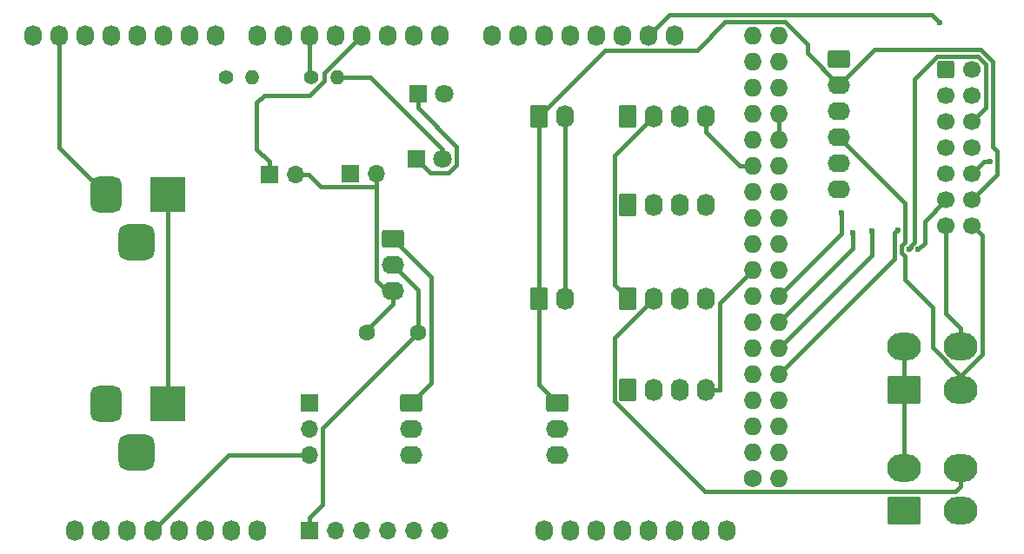
<source format=gbr>
G04 #@! TF.GenerationSoftware,KiCad,Pcbnew,(6.0.7-1)-1*
G04 #@! TF.CreationDate,2022-09-18T08:12:51+10:00*
G04 #@! TF.ProjectId,Standby_BM,5374616e-6462-4795-9f42-4d2e6b696361,rev?*
G04 #@! TF.SameCoordinates,Original*
G04 #@! TF.FileFunction,Copper,L2,Bot*
G04 #@! TF.FilePolarity,Positive*
%FSLAX46Y46*%
G04 Gerber Fmt 4.6, Leading zero omitted, Abs format (unit mm)*
G04 Created by KiCad (PCBNEW (6.0.7-1)-1) date 2022-09-18 08:12:51*
%MOMM*%
%LPD*%
G01*
G04 APERTURE LIST*
G04 Aperture macros list*
%AMRoundRect*
0 Rectangle with rounded corners*
0 $1 Rounding radius*
0 $2 $3 $4 $5 $6 $7 $8 $9 X,Y pos of 4 corners*
0 Add a 4 corners polygon primitive as box body*
4,1,4,$2,$3,$4,$5,$6,$7,$8,$9,$2,$3,0*
0 Add four circle primitives for the rounded corners*
1,1,$1+$1,$2,$3*
1,1,$1+$1,$4,$5*
1,1,$1+$1,$6,$7*
1,1,$1+$1,$8,$9*
0 Add four rect primitives between the rounded corners*
20,1,$1+$1,$2,$3,$4,$5,0*
20,1,$1+$1,$4,$5,$6,$7,0*
20,1,$1+$1,$6,$7,$8,$9,0*
20,1,$1+$1,$8,$9,$2,$3,0*%
G04 Aperture macros list end*
G04 #@! TA.AperFunction,ComponentPad*
%ADD10C,1.727200*%
G04 #@! TD*
G04 #@! TA.AperFunction,ComponentPad*
%ADD11O,1.727200X1.727200*%
G04 #@! TD*
G04 #@! TA.AperFunction,ComponentPad*
%ADD12O,1.727200X2.032000*%
G04 #@! TD*
G04 #@! TA.AperFunction,ComponentPad*
%ADD13R,1.700000X1.700000*%
G04 #@! TD*
G04 #@! TA.AperFunction,ComponentPad*
%ADD14O,1.700000X1.700000*%
G04 #@! TD*
G04 #@! TA.AperFunction,ComponentPad*
%ADD15R,1.800000X1.800000*%
G04 #@! TD*
G04 #@! TA.AperFunction,ComponentPad*
%ADD16C,1.800000*%
G04 #@! TD*
G04 #@! TA.AperFunction,ComponentPad*
%ADD17C,1.400000*%
G04 #@! TD*
G04 #@! TA.AperFunction,ComponentPad*
%ADD18O,1.400000X1.400000*%
G04 #@! TD*
G04 #@! TA.AperFunction,ComponentPad*
%ADD19RoundRect,0.250000X-0.600000X-0.600000X0.600000X-0.600000X0.600000X0.600000X-0.600000X0.600000X0*%
G04 #@! TD*
G04 #@! TA.AperFunction,ComponentPad*
%ADD20C,1.700000*%
G04 #@! TD*
G04 #@! TA.AperFunction,ComponentPad*
%ADD21RoundRect,0.250000X-0.620000X-0.845000X0.620000X-0.845000X0.620000X0.845000X-0.620000X0.845000X0*%
G04 #@! TD*
G04 #@! TA.AperFunction,ComponentPad*
%ADD22O,1.740000X2.190000*%
G04 #@! TD*
G04 #@! TA.AperFunction,ComponentPad*
%ADD23RoundRect,0.250000X-0.845000X0.620000X-0.845000X-0.620000X0.845000X-0.620000X0.845000X0.620000X0*%
G04 #@! TD*
G04 #@! TA.AperFunction,ComponentPad*
%ADD24O,2.190000X1.740000*%
G04 #@! TD*
G04 #@! TA.AperFunction,ComponentPad*
%ADD25R,3.500000X3.500000*%
G04 #@! TD*
G04 #@! TA.AperFunction,ComponentPad*
%ADD26RoundRect,0.750000X-0.750000X-1.000000X0.750000X-1.000000X0.750000X1.000000X-0.750000X1.000000X0*%
G04 #@! TD*
G04 #@! TA.AperFunction,ComponentPad*
%ADD27RoundRect,0.875000X-0.875000X-0.875000X0.875000X-0.875000X0.875000X0.875000X-0.875000X0.875000X0*%
G04 #@! TD*
G04 #@! TA.AperFunction,ComponentPad*
%ADD28RoundRect,0.250001X1.399999X-1.099999X1.399999X1.099999X-1.399999X1.099999X-1.399999X-1.099999X0*%
G04 #@! TD*
G04 #@! TA.AperFunction,ComponentPad*
%ADD29O,3.300000X2.700000*%
G04 #@! TD*
G04 #@! TA.AperFunction,ComponentPad*
%ADD30C,1.600000*%
G04 #@! TD*
G04 #@! TA.AperFunction,ViaPad*
%ADD31C,0.600000*%
G04 #@! TD*
G04 #@! TA.AperFunction,Conductor*
%ADD32C,0.450000*%
G04 #@! TD*
G04 APERTURE END LIST*
D10*
X197358000Y-114046000D03*
D11*
X199898000Y-114046000D03*
X197358000Y-111506000D03*
X199898000Y-111506000D03*
X197358000Y-108966000D03*
X199898000Y-108966000D03*
X197358000Y-106426000D03*
X199898000Y-106426000D03*
X197358000Y-103886000D03*
X199898000Y-103886000D03*
X197358000Y-101346000D03*
X199898000Y-101346000D03*
X197358000Y-98806000D03*
X199898000Y-98806000D03*
X197358000Y-96266000D03*
X199898000Y-96266000D03*
X197358000Y-93726000D03*
X199898000Y-93726000D03*
X197358000Y-91186000D03*
X199898000Y-91186000D03*
X197358000Y-88646000D03*
X199898000Y-88646000D03*
X197358000Y-86106000D03*
X199898000Y-86106000D03*
X197358000Y-83566000D03*
X199898000Y-83566000D03*
X197358000Y-81026000D03*
X199898000Y-81026000D03*
X197358000Y-78486000D03*
X199898000Y-78486000D03*
X197358000Y-75946000D03*
X199898000Y-75946000D03*
X197358000Y-73406000D03*
X199898000Y-73406000D03*
X197358000Y-70866000D03*
X199898000Y-70866000D03*
D12*
X131318000Y-119126000D03*
X133858000Y-119126000D03*
X136398000Y-119126000D03*
X138938000Y-119126000D03*
X141478000Y-119126000D03*
X144018000Y-119126000D03*
X146558000Y-119126000D03*
X149098000Y-119126000D03*
D13*
X154178000Y-119126000D03*
D14*
X156718000Y-119126000D03*
X159258000Y-119126000D03*
X161798000Y-119126000D03*
X164338000Y-119126000D03*
X166878000Y-119126000D03*
D12*
X177038000Y-119126000D03*
X179578000Y-119126000D03*
X182118000Y-119126000D03*
X184658000Y-119126000D03*
X187198000Y-119126000D03*
X189738000Y-119126000D03*
X192278000Y-119126000D03*
X194818000Y-119126000D03*
X127254000Y-70866000D03*
X129794000Y-70866000D03*
X132334000Y-70866000D03*
X134874000Y-70866000D03*
X137414000Y-70866000D03*
X139954000Y-70866000D03*
X142494000Y-70866000D03*
X145034000Y-70866000D03*
X149098000Y-70866000D03*
X151638000Y-70866000D03*
X154178000Y-70866000D03*
X156718000Y-70866000D03*
X159258000Y-70866000D03*
X161798000Y-70866000D03*
X164338000Y-70866000D03*
X166878000Y-70866000D03*
X171958000Y-70866000D03*
X174498000Y-70866000D03*
X177038000Y-70866000D03*
X179578000Y-70866000D03*
X182118000Y-70866000D03*
X184658000Y-70866000D03*
X187198000Y-70866000D03*
X189738000Y-70866000D03*
D15*
X164719000Y-76581000D03*
D16*
X167259000Y-76581000D03*
D15*
X164592000Y-82931000D03*
D16*
X167132000Y-82931000D03*
D13*
X158115000Y-84328000D03*
D14*
X160655000Y-84328000D03*
D13*
X150241000Y-84455000D03*
D14*
X152781000Y-84455000D03*
D17*
X146050000Y-74930000D03*
D18*
X148590000Y-74930000D03*
D17*
X154305000Y-74930000D03*
D18*
X156845000Y-74930000D03*
D19*
X216163500Y-74168000D03*
D20*
X218703500Y-74168000D03*
X216163500Y-76708000D03*
X218703500Y-76708000D03*
X216163500Y-79248000D03*
X218703500Y-79248000D03*
X216163500Y-81788000D03*
X218703500Y-81788000D03*
X216163500Y-84328000D03*
X218703500Y-84328000D03*
X216163500Y-86868000D03*
X218703500Y-86868000D03*
X216163500Y-89408000D03*
X218703500Y-89408000D03*
D21*
X185166000Y-87376000D03*
D22*
X187706000Y-87376000D03*
X190246000Y-87376000D03*
X192786000Y-87376000D03*
D23*
X178308000Y-106680000D03*
D24*
X178308000Y-109220000D03*
X178308000Y-111760000D03*
D21*
X185166000Y-105410000D03*
D22*
X187706000Y-105410000D03*
X190246000Y-105410000D03*
X192786000Y-105410000D03*
D21*
X185166000Y-78740000D03*
D22*
X187706000Y-78740000D03*
X190246000Y-78740000D03*
X192786000Y-78740000D03*
D25*
X140335000Y-106807000D03*
D26*
X134335000Y-106807000D03*
D27*
X137335000Y-111507000D03*
D28*
X212090000Y-105410000D03*
D29*
X212090000Y-101210000D03*
X217590000Y-105410000D03*
X217590000Y-101210000D03*
D25*
X140335000Y-86360000D03*
D26*
X134335000Y-86360000D03*
D27*
X137335000Y-91060000D03*
D23*
X164084000Y-106680000D03*
D24*
X164084000Y-109220000D03*
X164084000Y-111760000D03*
D30*
X164766000Y-99822000D03*
X159766000Y-99822000D03*
D13*
X154178000Y-106680000D03*
D14*
X154178000Y-109220000D03*
X154178000Y-111760000D03*
D21*
X176530000Y-78740000D03*
D22*
X179070000Y-78740000D03*
D21*
X185166000Y-96520000D03*
D22*
X187706000Y-96520000D03*
X190246000Y-96520000D03*
X192786000Y-96520000D03*
D23*
X162286000Y-90678000D03*
D24*
X162286000Y-93218000D03*
X162286000Y-95758000D03*
D23*
X205720000Y-73152000D03*
D24*
X205720000Y-75692000D03*
X205720000Y-78232000D03*
X205720000Y-80772000D03*
X205720000Y-83312000D03*
X205720000Y-85852000D03*
D21*
X176530000Y-96520000D03*
D22*
X179070000Y-96520000D03*
D28*
X212090000Y-117230000D03*
D29*
X212090000Y-113030000D03*
X217590000Y-117230000D03*
X217590000Y-113030000D03*
D31*
X211438800Y-89857200D03*
X208953700Y-89906100D03*
X207069900Y-90121000D03*
X205981900Y-88166000D03*
X212534300Y-91716000D03*
X215552000Y-69631500D03*
X213442900Y-91710300D03*
X220441700Y-83199800D03*
D32*
X214840000Y-97344900D02*
X214840000Y-101291500D01*
X212067300Y-91157300D02*
X211809000Y-91415600D01*
X217590000Y-104522300D02*
X217596800Y-104515500D01*
X219691200Y-101953800D02*
X217596800Y-104048200D01*
X212067300Y-91140500D02*
X212067300Y-91157300D01*
X217596800Y-104048300D02*
X217596800Y-104048200D01*
X212164300Y-94669200D02*
X214840000Y-97344900D01*
X218703500Y-89408000D02*
X219691200Y-90395700D01*
X211809000Y-92016400D02*
X212164300Y-92371700D01*
X214840000Y-101291500D02*
X217596800Y-104048200D01*
X217596800Y-104515500D02*
X217596800Y-104048300D01*
X179070000Y-78740000D02*
X179070000Y-96520000D01*
X205720000Y-80772000D02*
X212164300Y-87216300D01*
X212164300Y-87216300D02*
X212164300Y-91043500D01*
X211809000Y-91415600D02*
X211809000Y-92016400D01*
X219691200Y-90395700D02*
X219691200Y-101953800D01*
X212164300Y-91043500D02*
X212067300Y-91140500D01*
X217590000Y-105410000D02*
X217590000Y-104522300D01*
X212164300Y-92371700D02*
X212164300Y-94669200D01*
X211158700Y-90137300D02*
X211158700Y-92625300D01*
X211438800Y-89857200D02*
X211158700Y-90137300D01*
X211158700Y-92625300D02*
X199898000Y-103886000D01*
X199898000Y-101346000D02*
X208953700Y-92290300D01*
X208953700Y-92290300D02*
X208953700Y-89906100D01*
X207069900Y-91634100D02*
X207069900Y-90121000D01*
X199898000Y-98806000D02*
X207069900Y-91634100D01*
X199898000Y-96266000D02*
X205981900Y-90182100D01*
X205981900Y-90182100D02*
X205981900Y-88166000D01*
X220020600Y-77930900D02*
X220020600Y-73675700D01*
X212717600Y-91532700D02*
X212534300Y-91716000D01*
X213055300Y-91072200D02*
X212717600Y-91409900D01*
X219233400Y-72888500D02*
X215261500Y-72888500D01*
X212717600Y-91409900D02*
X212717600Y-91532700D01*
X220020600Y-73675700D02*
X219233400Y-72888500D01*
X213055300Y-75094700D02*
X213055300Y-91072200D01*
X218703500Y-79248000D02*
X220020600Y-77930900D01*
X215261500Y-72888500D02*
X213055300Y-75094700D01*
X199898000Y-78486000D02*
X199898000Y-81026000D01*
X214790700Y-68870200D02*
X215552000Y-69631500D01*
X189193800Y-68870200D02*
X214790700Y-68870200D01*
X187198000Y-70866000D02*
X189193800Y-68870200D01*
X192786000Y-80260300D02*
X196069100Y-83543400D01*
X192786000Y-78740000D02*
X192786000Y-80260300D01*
X197358000Y-83566000D02*
X196069100Y-83566000D01*
X196069100Y-83543400D02*
X196069100Y-83566000D01*
X160655000Y-85616100D02*
X160655000Y-84328000D01*
X160655000Y-94774600D02*
X160655000Y-85616100D01*
X168493200Y-81680500D02*
X164719000Y-77906300D01*
X165935600Y-84274600D02*
X167690400Y-84274600D01*
X129794000Y-81819000D02*
X134335000Y-86360000D01*
X168493200Y-83471800D02*
X168493200Y-81680500D01*
X164592000Y-82931000D02*
X165935600Y-84274600D01*
X162286000Y-97053300D02*
X159766000Y-99573300D01*
X162286000Y-95758000D02*
X162286000Y-96405600D01*
X162286000Y-96405600D02*
X160655000Y-94774600D01*
X154056300Y-84455000D02*
X155217400Y-85616100D01*
X152781000Y-84455000D02*
X154056300Y-84455000D01*
X155217400Y-85616100D02*
X160655000Y-85616100D01*
X167690400Y-84274600D02*
X168493200Y-83471800D01*
X164719000Y-76581000D02*
X164719000Y-77906300D01*
X129794000Y-70866000D02*
X129794000Y-81819000D01*
X162286000Y-96405600D02*
X162286000Y-97053300D01*
X159766000Y-99573300D02*
X159766000Y-99822000D01*
X160050300Y-74930000D02*
X167132000Y-82011700D01*
X167132000Y-82011700D02*
X167132000Y-82931000D01*
X156845000Y-74930000D02*
X160050300Y-74930000D01*
X194081300Y-97002700D02*
X197358000Y-93726000D01*
X192786000Y-105410000D02*
X194081300Y-105410000D01*
X194081300Y-105410000D02*
X194081300Y-97002700D01*
X214066900Y-91086300D02*
X214066900Y-88964600D01*
X214066900Y-88964600D02*
X216163500Y-86868000D01*
X213442900Y-91710300D02*
X214066900Y-91086300D01*
X154178000Y-74803000D02*
X154178000Y-70866000D01*
X154305000Y-74930000D02*
X154178000Y-74803000D01*
X149032800Y-77429900D02*
X149763800Y-76698900D01*
X154134400Y-76698900D02*
X155575000Y-75258300D01*
X155575000Y-74549000D02*
X159258000Y-70866000D01*
X155575000Y-75258300D02*
X155575000Y-74549000D01*
X149032800Y-81971500D02*
X149032800Y-77429900D01*
X149763800Y-76698900D02*
X154134400Y-76698900D01*
X150241000Y-83179700D02*
X149032800Y-81971500D01*
X150241000Y-84455000D02*
X150241000Y-83179700D01*
X209173900Y-72238100D02*
X205720000Y-75692000D01*
X221167000Y-82179200D02*
X220671000Y-81683200D01*
X200443400Y-69553200D02*
X202636700Y-71746500D01*
X191877000Y-72327300D02*
X194651100Y-69553200D01*
X219502800Y-72238100D02*
X209173900Y-72238100D01*
X220671000Y-73406300D02*
X219502800Y-72238100D01*
X178308000Y-106680000D02*
X176530000Y-104902000D01*
X176530000Y-96520000D02*
X176530000Y-78740000D01*
X221167000Y-84404500D02*
X221167000Y-82179200D01*
X202636700Y-72608700D02*
X205720000Y-75692000D01*
X218703500Y-86868000D02*
X221167000Y-84404500D01*
X194651100Y-69553200D02*
X200443400Y-69553200D01*
X176530000Y-78740000D02*
X182942700Y-72327300D01*
X220671000Y-81683200D02*
X220671000Y-73406300D01*
X176530000Y-104902000D02*
X176530000Y-96520000D01*
X202636700Y-71746500D02*
X202636700Y-72608700D01*
X182942700Y-72327300D02*
X191877000Y-72327300D01*
X165993000Y-94385000D02*
X165993000Y-104771000D01*
X140335000Y-86360000D02*
X140335000Y-106807000D01*
X162286000Y-90678000D02*
X165993000Y-94385000D01*
X165993000Y-104771000D02*
X164084000Y-106680000D01*
X164766000Y-99822000D02*
X155453300Y-109134700D01*
X155453300Y-109134700D02*
X155453300Y-116575400D01*
X162286000Y-93218000D02*
X164766000Y-95698000D01*
X154178000Y-119126000D02*
X154178000Y-117850700D01*
X155453300Y-116575400D02*
X154178000Y-117850700D01*
X164766000Y-95698000D02*
X164766000Y-99822000D01*
X154178000Y-111760000D02*
X146304000Y-111760000D01*
X146304000Y-111760000D02*
X138938000Y-119126000D01*
X216163500Y-98008200D02*
X216163500Y-89408000D01*
X217590000Y-99434700D02*
X216163500Y-98008200D01*
X217590000Y-101210000D02*
X217590000Y-99434700D01*
X217590000Y-114805300D02*
X217060000Y-115335300D01*
X183852100Y-106517700D02*
X183852100Y-100373900D01*
X192669700Y-115335300D02*
X183852100Y-106517700D01*
X217060000Y-115335300D02*
X192669700Y-115335300D01*
X183852100Y-100373900D02*
X187706000Y-96520000D01*
X217590000Y-113030000D02*
X217590000Y-114805300D01*
X212090000Y-113030000D02*
X212090000Y-105410000D01*
X212090000Y-101210000D02*
X212090000Y-105410000D01*
X183864000Y-82582000D02*
X187706000Y-78740000D01*
X183864000Y-95218000D02*
X183864000Y-82582000D01*
X185166000Y-96520000D02*
X183864000Y-95218000D01*
X219831700Y-83199800D02*
X218703500Y-84328000D01*
X220441700Y-83199800D02*
X219831700Y-83199800D01*
M02*

</source>
